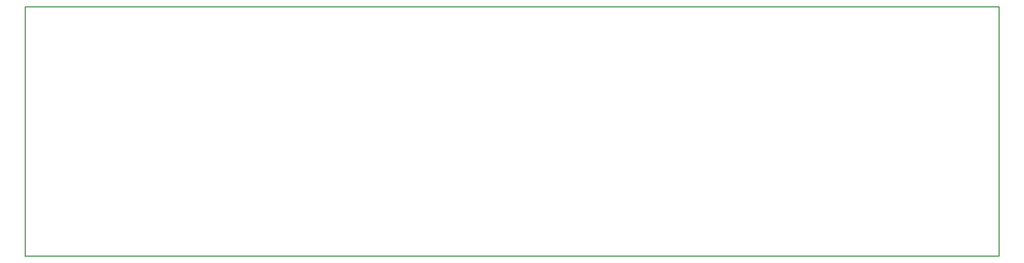
<source format=gko>
%FSLAX43Y43*%
%MOMM*%
G71*
G01*
G75*
%ADD10C,0.300*%
%ADD11C,0.125*%
%ADD12R,1.800X1.600*%
%ADD13R,1.600X1.800*%
%ADD14C,0.400*%
%ADD15C,0.500*%
%ADD16C,0.600*%
%ADD17C,1.000*%
%ADD18C,0.254*%
%ADD19R,1.500X1.500*%
%ADD20C,1.500*%
%ADD21R,2.000X2.000*%
%ADD22C,1.500*%
%ADD23R,1.500X1.500*%
%ADD24C,6.000*%
%ADD25C,3.000*%
%ADD26C,2.000*%
%ADD27R,1.400X1.400*%
%ADD28C,1.400*%
%ADD29C,1.300*%
%ADD30C,2.500*%
%ADD31C,1.000*%
%ADD32C,1.200*%
%ADD33C,1.100*%
%ADD34R,2.300X2.300*%
%ADD35C,0.075*%
%ADD36R,1.300X0.850*%
%ADD37R,3.000X1.500*%
%ADD38R,9.300X12.200*%
%ADD39R,0.300X1.600*%
%ADD40R,0.600X2.200*%
%ADD41R,0.850X1.300*%
%ADD42R,3.000X4.000*%
%ADD43R,0.600X1.600*%
%ADD44O,0.600X1.600*%
%ADD45O,1.600X0.600*%
%ADD46R,4.000X3.000*%
%ADD47R,3.500X8.000*%
%ADD48R,0.950X0.900*%
%ADD49R,0.950X0.900*%
%ADD50R,1.450X0.550*%
%ADD51R,1.050X2.100*%
%ADD52R,10.500X10.300*%
%ADD53R,1.500X0.400*%
%ADD54R,1.500X3.000*%
%ADD55C,1.500*%
%ADD56R,2.003X1.803*%
%ADD57R,1.803X2.003*%
%ADD58R,1.703X1.703*%
%ADD59C,1.703*%
%ADD60R,2.203X2.203*%
%ADD61C,1.703*%
%ADD62R,1.703X1.703*%
%ADD63C,6.203*%
%ADD64C,3.203*%
%ADD65C,2.203*%
%ADD66R,1.603X1.603*%
%ADD67C,1.603*%
%ADD68C,1.503*%
%ADD69C,2.703*%
%ADD70C,1.203*%
%ADD71C,1.403*%
%ADD72C,1.303*%
%ADD73R,2.503X2.503*%
%ADD74R,1.503X1.053*%
%ADD75R,3.203X1.703*%
%ADD76R,9.503X12.403*%
%ADD77R,0.503X1.803*%
%ADD78R,0.803X2.403*%
%ADD79R,1.053X1.503*%
%ADD80R,3.203X4.203*%
%ADD81R,0.803X1.803*%
%ADD82O,0.803X1.803*%
%ADD83O,1.803X0.803*%
%ADD84R,4.203X3.203*%
%ADD85R,3.703X8.203*%
%ADD86R,1.153X1.103*%
%ADD87R,1.153X1.103*%
%ADD88R,1.653X0.753*%
%ADD89R,1.253X2.303*%
%ADD90R,10.703X10.503*%
%ADD91R,1.703X0.603*%
%ADD92R,1.703X3.203*%
D18*
X0Y-25D02*
X25Y0D01*
X143500D01*
X0Y60000D02*
X143500D01*
X0Y-25D02*
Y60000D01*
X143500D02*
X233500D01*
Y0D02*
Y60000D01*
X143500Y0D02*
X233500D01*
M02*

</source>
